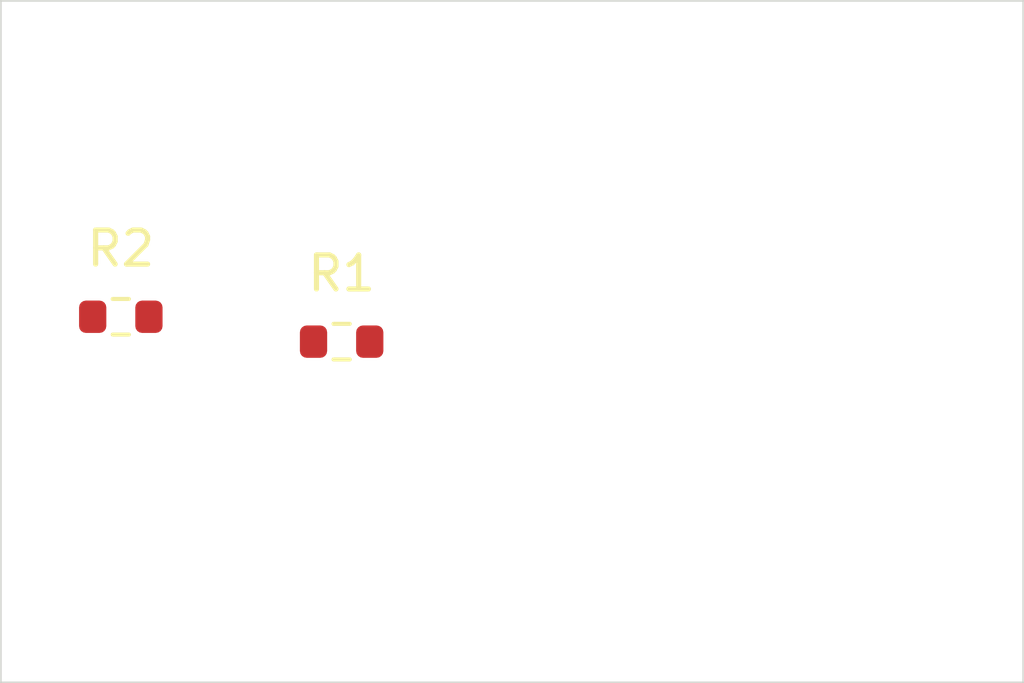
<source format=kicad_pcb>
(kicad_pcb (version 20241229) (generator "pcbnew") (generator_version "9.0")
  (layers (0 "F.Cu" signal) (2 "B.Cu" signal) (13 "F.Paste" user) (15 "B.Paste" user) (5 "F.SilkS" user "F.Silkscreen") (7 "B.SilkS" user "B.Silkscreen") (1 "F.Mask" user) (3 "B.Mask" user) (25 "Edge.Cuts" user))
  (net 0 "")
  (footprint "Resistor_SMD:R_0603_1608Metric" (layer "F.Cu") (at 10.0 10.0)
    (property "Reference" "R1" (at 0 -2 0) (layer "F.SilkS") (effects (font (size 1.0 1.0))))
    (property "Value" "10k")
    (fp_line (start -0.237258 -0.5225) (end 0.237258 -0.5225) (stroke (width 0.12)) (layer "F.SilkS"))
    (fp_line (start -0.237258 0.5225) (end 0.237258 0.5225) (stroke (width 0.12)) (layer "F.SilkS"))
    (pad "1" smd roundrect (at -0.825 0.0) (size 0.8 0.95) (layers "F.Cu" "F.Mask" "F.Paste"))
    (pad "2" smd roundrect (at 0.825 0.0) (size 0.8 0.95) (layers "F.Cu" "F.Mask" "F.Paste"))
  )
  (footprint "Resistor_SMD:R_0603_1608Metric" (layer "F.Cu") (at 3.5199999999999996 9.27)
    (property "Reference" "R2" (at 0 -2 0) (layer "F.SilkS") (effects (font (size 1.0 1.0))))
    (property "Value" "20k")
    (fp_line (start -0.237258 -0.5225) (end 0.237258 -0.5225) (stroke (width 0.12)) (layer "F.SilkS"))
    (fp_line (start -0.237258 0.5225) (end 0.237258 0.5225) (stroke (width 0.12)) (layer "F.SilkS"))
    (pad "1" smd roundrect (at -0.825 0.0) (size 0.8 0.95) (layers "F.Cu" "F.Mask" "F.Paste"))
    (pad "2" smd roundrect (at 0.825 0.0) (size 0.8 0.95) (layers "F.Cu" "F.Mask" "F.Paste"))
  )
  (gr_rect (start 0 0) (end 30.0 20.0) (stroke (width 0.05)) (fill no) (layer "Edge.Cuts"))
)
</source>
